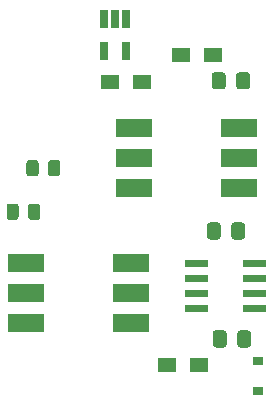
<source format=gbp>
G04 #@! TF.GenerationSoftware,KiCad,Pcbnew,5.1.7-a382d34a8~88~ubuntu18.04.1*
G04 #@! TF.CreationDate,2021-11-19T22:51:01+05:30*
G04 #@! TF.ProjectId,BackEnd_HeavyDevice_v5,4261636b-456e-4645-9f48-656176794465,rev?*
G04 #@! TF.SameCoordinates,Original*
G04 #@! TF.FileFunction,Paste,Bot*
G04 #@! TF.FilePolarity,Positive*
%FSLAX46Y46*%
G04 Gerber Fmt 4.6, Leading zero omitted, Abs format (unit mm)*
G04 Created by KiCad (PCBNEW 5.1.7-a382d34a8~88~ubuntu18.04.1) date 2021-11-19 22:51:01*
%MOMM*%
%LPD*%
G01*
G04 APERTURE LIST*
%ADD10R,0.900000X0.800000*%
%ADD11R,1.500000X1.300000*%
%ADD12R,3.100000X1.600000*%
%ADD13R,0.650000X1.560000*%
G04 APERTURE END LIST*
G36*
G01*
X136684000Y-104882000D02*
X136684000Y-105832000D01*
G75*
G02*
X136434000Y-106082000I-250000J0D01*
G01*
X135759000Y-106082000D01*
G75*
G02*
X135509000Y-105832000I0J250000D01*
G01*
X135509000Y-104882000D01*
G75*
G02*
X135759000Y-104632000I250000J0D01*
G01*
X136434000Y-104632000D01*
G75*
G02*
X136684000Y-104882000I0J-250000D01*
G01*
G37*
G36*
G01*
X138759000Y-104882000D02*
X138759000Y-105832000D01*
G75*
G02*
X138509000Y-106082000I-250000J0D01*
G01*
X137834000Y-106082000D01*
G75*
G02*
X137584000Y-105832000I0J250000D01*
G01*
X137584000Y-104882000D01*
G75*
G02*
X137834000Y-104632000I250000J0D01*
G01*
X138509000Y-104632000D01*
G75*
G02*
X138759000Y-104882000I0J-250000D01*
G01*
G37*
G36*
G01*
X136276000Y-117599000D02*
X136276000Y-118549000D01*
G75*
G02*
X136026000Y-118799000I-250000J0D01*
G01*
X135351000Y-118799000D01*
G75*
G02*
X135101000Y-118549000I0J250000D01*
G01*
X135101000Y-117599000D01*
G75*
G02*
X135351000Y-117349000I250000J0D01*
G01*
X136026000Y-117349000D01*
G75*
G02*
X136276000Y-117599000I0J-250000D01*
G01*
G37*
G36*
G01*
X138351000Y-117599000D02*
X138351000Y-118549000D01*
G75*
G02*
X138101000Y-118799000I-250000J0D01*
G01*
X137426000Y-118799000D01*
G75*
G02*
X137176000Y-118549000I0J250000D01*
G01*
X137176000Y-117599000D01*
G75*
G02*
X137426000Y-117349000I250000J0D01*
G01*
X138101000Y-117349000D01*
G75*
G02*
X138351000Y-117599000I0J-250000D01*
G01*
G37*
G36*
G01*
X136774000Y-126736000D02*
X136774000Y-127686000D01*
G75*
G02*
X136524000Y-127936000I-250000J0D01*
G01*
X135849000Y-127936000D01*
G75*
G02*
X135599000Y-127686000I0J250000D01*
G01*
X135599000Y-126736000D01*
G75*
G02*
X135849000Y-126486000I250000J0D01*
G01*
X136524000Y-126486000D01*
G75*
G02*
X136774000Y-126736000I0J-250000D01*
G01*
G37*
G36*
G01*
X138849000Y-126736000D02*
X138849000Y-127686000D01*
G75*
G02*
X138599000Y-127936000I-250000J0D01*
G01*
X137924000Y-127936000D01*
G75*
G02*
X137674000Y-127686000I0J250000D01*
G01*
X137674000Y-126736000D01*
G75*
G02*
X137924000Y-126486000I250000J0D01*
G01*
X138599000Y-126486000D01*
G75*
G02*
X138849000Y-126736000I0J-250000D01*
G01*
G37*
G36*
G01*
X138165000Y-124903000D02*
X138165000Y-124387000D01*
G75*
G02*
X138207000Y-124345000I42000J0D01*
G01*
X140093000Y-124345000D01*
G75*
G02*
X140135000Y-124387000I0J-42000D01*
G01*
X140135000Y-124903000D01*
G75*
G02*
X140093000Y-124945000I-42000J0D01*
G01*
X138207000Y-124945000D01*
G75*
G02*
X138165000Y-124903000I0J42000D01*
G01*
G37*
G36*
G01*
X138165000Y-123633000D02*
X138165000Y-123117000D01*
G75*
G02*
X138207000Y-123075000I42000J0D01*
G01*
X140093000Y-123075000D01*
G75*
G02*
X140135000Y-123117000I0J-42000D01*
G01*
X140135000Y-123633000D01*
G75*
G02*
X140093000Y-123675000I-42000J0D01*
G01*
X138207000Y-123675000D01*
G75*
G02*
X138165000Y-123633000I0J42000D01*
G01*
G37*
G36*
G01*
X138165000Y-122363000D02*
X138165000Y-121847000D01*
G75*
G02*
X138207000Y-121805000I42000J0D01*
G01*
X140093000Y-121805000D01*
G75*
G02*
X140135000Y-121847000I0J-42000D01*
G01*
X140135000Y-122363000D01*
G75*
G02*
X140093000Y-122405000I-42000J0D01*
G01*
X138207000Y-122405000D01*
G75*
G02*
X138165000Y-122363000I0J42000D01*
G01*
G37*
G36*
G01*
X138165000Y-121093000D02*
X138165000Y-120577000D01*
G75*
G02*
X138207000Y-120535000I42000J0D01*
G01*
X140093000Y-120535000D01*
G75*
G02*
X140135000Y-120577000I0J-42000D01*
G01*
X140135000Y-121093000D01*
G75*
G02*
X140093000Y-121135000I-42000J0D01*
G01*
X138207000Y-121135000D01*
G75*
G02*
X138165000Y-121093000I0J42000D01*
G01*
G37*
G36*
G01*
X133215000Y-121093000D02*
X133215000Y-120577000D01*
G75*
G02*
X133257000Y-120535000I42000J0D01*
G01*
X135143000Y-120535000D01*
G75*
G02*
X135185000Y-120577000I0J-42000D01*
G01*
X135185000Y-121093000D01*
G75*
G02*
X135143000Y-121135000I-42000J0D01*
G01*
X133257000Y-121135000D01*
G75*
G02*
X133215000Y-121093000I0J42000D01*
G01*
G37*
G36*
G01*
X133215000Y-122363000D02*
X133215000Y-121847000D01*
G75*
G02*
X133257000Y-121805000I42000J0D01*
G01*
X135143000Y-121805000D01*
G75*
G02*
X135185000Y-121847000I0J-42000D01*
G01*
X135185000Y-122363000D01*
G75*
G02*
X135143000Y-122405000I-42000J0D01*
G01*
X133257000Y-122405000D01*
G75*
G02*
X133215000Y-122363000I0J42000D01*
G01*
G37*
G36*
G01*
X133215000Y-123633000D02*
X133215000Y-123117000D01*
G75*
G02*
X133257000Y-123075000I42000J0D01*
G01*
X135143000Y-123075000D01*
G75*
G02*
X135185000Y-123117000I0J-42000D01*
G01*
X135185000Y-123633000D01*
G75*
G02*
X135143000Y-123675000I-42000J0D01*
G01*
X133257000Y-123675000D01*
G75*
G02*
X133215000Y-123633000I0J42000D01*
G01*
G37*
G36*
G01*
X133215000Y-124903000D02*
X133215000Y-124387000D01*
G75*
G02*
X133257000Y-124345000I42000J0D01*
G01*
X135143000Y-124345000D01*
G75*
G02*
X135185000Y-124387000I0J-42000D01*
G01*
X135185000Y-124903000D01*
G75*
G02*
X135143000Y-124945000I-42000J0D01*
G01*
X133257000Y-124945000D01*
G75*
G02*
X133215000Y-124903000I0J42000D01*
G01*
G37*
G36*
G01*
X119964000Y-116896001D02*
X119964000Y-115995999D01*
G75*
G02*
X120213999Y-115746000I249999J0D01*
G01*
X120739001Y-115746000D01*
G75*
G02*
X120989000Y-115995999I0J-249999D01*
G01*
X120989000Y-116896001D01*
G75*
G02*
X120739001Y-117146000I-249999J0D01*
G01*
X120213999Y-117146000D01*
G75*
G02*
X119964000Y-116896001I0J249999D01*
G01*
G37*
G36*
G01*
X118139000Y-116896001D02*
X118139000Y-115995999D01*
G75*
G02*
X118388999Y-115746000I249999J0D01*
G01*
X118914001Y-115746000D01*
G75*
G02*
X119164000Y-115995999I0J-249999D01*
G01*
X119164000Y-116896001D01*
G75*
G02*
X118914001Y-117146000I-249999J0D01*
G01*
X118388999Y-117146000D01*
G75*
G02*
X118139000Y-116896001I0J249999D01*
G01*
G37*
G36*
G01*
X121655000Y-113201001D02*
X121655000Y-112300999D01*
G75*
G02*
X121904999Y-112051000I249999J0D01*
G01*
X122430001Y-112051000D01*
G75*
G02*
X122680000Y-112300999I0J-249999D01*
G01*
X122680000Y-113201001D01*
G75*
G02*
X122430001Y-113451000I-249999J0D01*
G01*
X121904999Y-113451000D01*
G75*
G02*
X121655000Y-113201001I0J249999D01*
G01*
G37*
G36*
G01*
X119830000Y-113201001D02*
X119830000Y-112300999D01*
G75*
G02*
X120079999Y-112051000I249999J0D01*
G01*
X120605001Y-112051000D01*
G75*
G02*
X120855000Y-112300999I0J-249999D01*
G01*
X120855000Y-113201001D01*
G75*
G02*
X120605001Y-113451000I-249999J0D01*
G01*
X120079999Y-113451000D01*
G75*
G02*
X119830000Y-113201001I0J249999D01*
G01*
G37*
D10*
X139433000Y-131587000D03*
X139433000Y-129047000D03*
D11*
X135611000Y-103152000D03*
X132911000Y-103152000D03*
X126909000Y-105474000D03*
X129609000Y-105474000D03*
X131718000Y-129398000D03*
X134418000Y-129398000D03*
D12*
X128971000Y-114430000D03*
X137861000Y-109350000D03*
X128971000Y-111890000D03*
X137861000Y-111890000D03*
X128971000Y-109350000D03*
X137861000Y-114430000D03*
D13*
X126357000Y-102824000D03*
X128257000Y-102824000D03*
X128257000Y-100124000D03*
X127307000Y-100124000D03*
X126357000Y-100124000D03*
D12*
X128666000Y-125862000D03*
X119776000Y-120782000D03*
X128666000Y-123322000D03*
X119776000Y-123322000D03*
X128666000Y-120782000D03*
X119776000Y-125862000D03*
M02*

</source>
